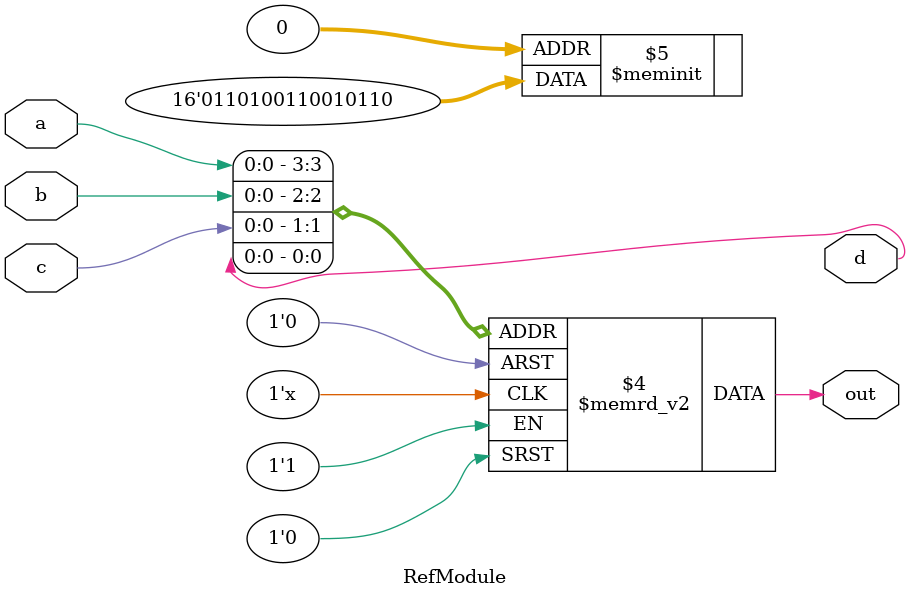
<source format=sv>

module RefModule (
  input a,
  input b,
  input c,
  output d,
  output reg out
);

  always @(*) begin
    case({a,b,c,d})
      4'h0: out = 0;
      4'h1: out = 1;
      4'h3: out = 0;
      4'h2: out = 1;
      4'h4: out = 1;
      4'h5: out = 0;
      4'h7: out = 1;
      4'h6: out = 0;
      4'hc: out = 0;
      4'hd: out = 1;
      4'hf: out = 0;
      4'he: out = 1;
      4'h8: out = 1;
      4'h9: out = 0;
      4'hb: out = 1;
      4'ha: out = 0;
    endcase
  end

endmodule


</source>
